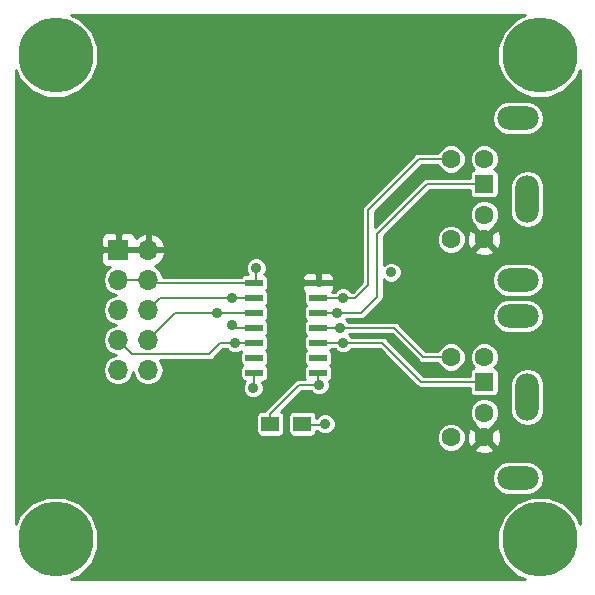
<source format=gtl>
G04 #@! TF.GenerationSoftware,KiCad,Pcbnew,(5.0.2)-1*
G04 #@! TF.CreationDate,2019-11-19T13:51:38-05:00*
G04 #@! TF.ProjectId,PS2X49,50533258-3439-42e6-9b69-6361645f7063,X1*
G04 #@! TF.SameCoordinates,Original*
G04 #@! TF.FileFunction,Copper,L1,Top*
G04 #@! TF.FilePolarity,Positive*
%FSLAX46Y46*%
G04 Gerber Fmt 4.6, Leading zero omitted, Abs format (unit mm)*
G04 Created by KiCad (PCBNEW (5.0.2)-1) date 11/19/2019 1:51:38 PM*
%MOMM*%
%LPD*%
G01*
G04 APERTURE LIST*
G04 #@! TA.AperFunction,ComponentPad*
%ADD10C,6.350000*%
G04 #@! TD*
G04 #@! TA.AperFunction,SMDPad,CuDef*
%ADD11R,1.500000X1.300000*%
G04 #@! TD*
G04 #@! TA.AperFunction,ComponentPad*
%ADD12O,3.500000X2.000000*%
G04 #@! TD*
G04 #@! TA.AperFunction,ComponentPad*
%ADD13R,1.600000X1.600000*%
G04 #@! TD*
G04 #@! TA.AperFunction,ComponentPad*
%ADD14C,1.600000*%
G04 #@! TD*
G04 #@! TA.AperFunction,ComponentPad*
%ADD15O,2.000000X4.000000*%
G04 #@! TD*
G04 #@! TA.AperFunction,ComponentPad*
%ADD16R,1.700000X1.700000*%
G04 #@! TD*
G04 #@! TA.AperFunction,ComponentPad*
%ADD17O,1.700000X1.700000*%
G04 #@! TD*
G04 #@! TA.AperFunction,SMDPad,CuDef*
%ADD18R,1.500000X0.600000*%
G04 #@! TD*
G04 #@! TA.AperFunction,ViaPad*
%ADD19C,0.889000*%
G04 #@! TD*
G04 #@! TA.AperFunction,Conductor*
%ADD20C,0.203200*%
G04 #@! TD*
G04 #@! TA.AperFunction,Conductor*
%ADD21C,0.254000*%
G04 #@! TD*
G04 APERTURE END LIST*
D10*
G04 #@! TO.P,MTG3,1*
G04 #@! TO.N,N/C*
X14000000Y-55000000D03*
G04 #@! TD*
G04 #@! TO.P,MTG4,1*
G04 #@! TO.N,N/C*
X55000000Y-55000000D03*
G04 #@! TD*
G04 #@! TO.P,MTG2,1*
G04 #@! TO.N,N/C*
X55000000Y-14000000D03*
G04 #@! TD*
G04 #@! TO.P,MTG1,1*
G04 #@! TO.N,N/C*
X14000000Y-14000000D03*
G04 #@! TD*
D11*
G04 #@! TO.P,C1,1*
G04 #@! TO.N,+3V3*
X32178000Y-45212000D03*
G04 #@! TO.P,C1,2*
G04 #@! TO.N,GND*
X34878000Y-45212000D03*
G04 #@! TD*
D12*
G04 #@! TO.P,J1,7*
G04 #@! TO.N,N/C*
X53142000Y-33042000D03*
X53142000Y-19342000D03*
D13*
G04 #@! TO.P,J1,1*
G04 #@! TO.N,/KDAT1*
X50292000Y-24892000D03*
D14*
G04 #@! TO.P,J1,2*
G04 #@! TO.N,N/C*
X50292000Y-27492000D03*
G04 #@! TO.P,J1,3*
G04 #@! TO.N,GND*
X50292000Y-22792000D03*
G04 #@! TO.P,J1,4*
G04 #@! TO.N,VCC*
X50292000Y-29592000D03*
G04 #@! TO.P,J1,5*
G04 #@! TO.N,/KCLK1*
X47492000Y-22792000D03*
G04 #@! TO.P,J1,6*
G04 #@! TO.N,N/C*
X47492000Y-29592000D03*
D15*
G04 #@! TO.P,J1,7*
X53942000Y-26192000D03*
G04 #@! TD*
G04 #@! TO.P,J2,7*
G04 #@! TO.N,N/C*
X53942000Y-42956000D03*
D14*
G04 #@! TO.P,J2,6*
X47492000Y-46356000D03*
G04 #@! TO.P,J2,5*
G04 #@! TO.N,/KCLK2*
X47492000Y-39556000D03*
G04 #@! TO.P,J2,4*
G04 #@! TO.N,VCC*
X50292000Y-46356000D03*
G04 #@! TO.P,J2,3*
G04 #@! TO.N,GND*
X50292000Y-39556000D03*
G04 #@! TO.P,J2,2*
G04 #@! TO.N,N/C*
X50292000Y-44256000D03*
D13*
G04 #@! TO.P,J2,1*
G04 #@! TO.N,/KDAT2*
X50292000Y-41656000D03*
D12*
G04 #@! TO.P,J2,7*
G04 #@! TO.N,N/C*
X53142000Y-36106000D03*
X53142000Y-49806000D03*
G04 #@! TD*
D16*
G04 #@! TO.P,J3,1*
G04 #@! TO.N,VCC*
X19304000Y-30480000D03*
D17*
G04 #@! TO.P,J3,2*
X21844000Y-30480000D03*
G04 #@! TO.P,J3,3*
G04 #@! TO.N,+3V3*
X19304000Y-33020000D03*
G04 #@! TO.P,J3,4*
X21844000Y-33020000D03*
G04 #@! TO.P,J3,5*
G04 #@! TO.N,/CLK2*
X19304000Y-35560000D03*
G04 #@! TO.P,J3,6*
G04 #@! TO.N,/CLK1*
X21844000Y-35560000D03*
G04 #@! TO.P,J3,7*
G04 #@! TO.N,/DAT2*
X19304000Y-38100000D03*
G04 #@! TO.P,J3,8*
G04 #@! TO.N,/DAT1*
X21844000Y-38100000D03*
G04 #@! TO.P,J3,9*
G04 #@! TO.N,GND*
X19304000Y-40640000D03*
G04 #@! TO.P,J3,10*
X21844000Y-40640000D03*
G04 #@! TD*
D18*
G04 #@! TO.P,U1,1*
G04 #@! TO.N,+3V3*
X30828000Y-33274000D03*
G04 #@! TO.P,U1,2*
G04 #@! TO.N,/CLK1*
X30828000Y-34544000D03*
G04 #@! TO.P,U1,3*
G04 #@! TO.N,/DAT1*
X30828000Y-35814000D03*
G04 #@! TO.P,U1,4*
G04 #@! TO.N,/CLK2*
X30828000Y-37084000D03*
G04 #@! TO.P,U1,5*
G04 #@! TO.N,/DAT2*
X30828000Y-38354000D03*
G04 #@! TO.P,U1,6*
G04 #@! TO.N,N/C*
X30828000Y-39624000D03*
G04 #@! TO.P,U1,7*
G04 #@! TO.N,GND*
X30828000Y-40894000D03*
G04 #@! TO.P,U1,8*
G04 #@! TO.N,+3V3*
X36228000Y-40894000D03*
G04 #@! TO.P,U1,9*
G04 #@! TO.N,N/C*
X36228000Y-39624000D03*
G04 #@! TO.P,U1,10*
G04 #@! TO.N,/KDAT2*
X36228000Y-38354000D03*
G04 #@! TO.P,U1,11*
G04 #@! TO.N,/KCLK2*
X36228000Y-37084000D03*
G04 #@! TO.P,U1,12*
G04 #@! TO.N,/KDAT1*
X36228000Y-35814000D03*
G04 #@! TO.P,U1,13*
G04 #@! TO.N,/KCLK1*
X36228000Y-34544000D03*
G04 #@! TO.P,U1,14*
G04 #@! TO.N,VCC*
X36228000Y-33274000D03*
G04 #@! TD*
D19*
G04 #@! TO.N,GND*
X42418000Y-32385000D03*
X36830000Y-45212000D03*
X30734000Y-42164000D03*
G04 #@! TO.N,/DAT1*
X27686000Y-35814000D03*
G04 #@! TO.N,/CLK1*
X28956000Y-34544000D03*
G04 #@! TO.N,/CLK2*
X28956000Y-36830000D03*
G04 #@! TO.N,/DAT2*
X29210000Y-38354000D03*
G04 #@! TO.N,/KDAT1*
X37846000Y-35814000D03*
G04 #@! TO.N,/KCLK1*
X38354000Y-34544000D03*
G04 #@! TO.N,/KCLK2*
X38100000Y-37084000D03*
G04 #@! TO.N,/KDAT2*
X38354000Y-38354000D03*
G04 #@! TO.N,+3V3*
X36322000Y-41910000D03*
X30988000Y-32004000D03*
G04 #@! TD*
D20*
G04 #@! TO.N,GND*
X42338000Y-32465000D02*
X42418000Y-32385000D01*
X34925000Y-45292000D02*
X36750000Y-45292000D01*
X36750000Y-45292000D02*
X36830000Y-45212000D01*
X30828000Y-40894000D02*
X30828000Y-42070000D01*
X30828000Y-42070000D02*
X30734000Y-42164000D01*
G04 #@! TO.N,/DAT1*
X24130000Y-35814000D02*
X21844000Y-38100000D01*
X30828000Y-35814000D02*
X27686000Y-35814000D01*
X27686000Y-35814000D02*
X24130000Y-35814000D01*
G04 #@! TO.N,/CLK1*
X22860000Y-34544000D02*
X21844000Y-35560000D01*
X30828000Y-34544000D02*
X28956000Y-34544000D01*
X28956000Y-34544000D02*
X22860000Y-34544000D01*
G04 #@! TO.N,/CLK2*
X30828000Y-37084000D02*
X29210000Y-37084000D01*
X29210000Y-37084000D02*
X28956000Y-36830000D01*
G04 #@! TO.N,/DAT2*
X20509601Y-39305601D02*
X26988399Y-39305601D01*
X19304000Y-38100000D02*
X20509601Y-39305601D01*
X26988399Y-39305601D02*
X27940000Y-38354000D01*
X27940000Y-38354000D02*
X29210000Y-38354000D01*
X29210000Y-38354000D02*
X30828000Y-38354000D01*
G04 #@! TO.N,/KDAT1*
X45466000Y-24892000D02*
X50292000Y-24892000D01*
X41250000Y-29108000D02*
X45466000Y-24892000D01*
X41250000Y-34442000D02*
X41250000Y-29108000D01*
X39878000Y-35814000D02*
X41250000Y-34442000D01*
X36228000Y-35814000D02*
X37846000Y-35814000D01*
X37846000Y-35814000D02*
X39878000Y-35814000D01*
G04 #@! TO.N,/KCLK1*
X47458000Y-22606000D02*
X47487001Y-22576999D01*
X44772000Y-22792000D02*
X47492000Y-22792000D01*
X40488000Y-27076000D02*
X44772000Y-22792000D01*
X40488000Y-33426000D02*
X40488000Y-27076000D01*
X39370000Y-34544000D02*
X40488000Y-33426000D01*
X36228000Y-34544000D02*
X38354000Y-34544000D01*
X38354000Y-34544000D02*
X39370000Y-34544000D01*
G04 #@! TO.N,/KCLK2*
X45144000Y-39556000D02*
X42672000Y-37084000D01*
X47492000Y-39556000D02*
X45144000Y-39556000D01*
X42672000Y-37084000D02*
X38100000Y-37084000D01*
X38100000Y-37084000D02*
X36228000Y-37084000D01*
G04 #@! TO.N,/KDAT2*
X44958000Y-41656000D02*
X50292000Y-41656000D01*
X41656000Y-38354000D02*
X44958000Y-41656000D01*
X36228000Y-38354000D02*
X38354000Y-38354000D01*
X38354000Y-38354000D02*
X41656000Y-38354000D01*
G04 #@! TO.N,+3V3*
X20506081Y-33020000D02*
X21844000Y-33020000D01*
X19304000Y-33020000D02*
X20506081Y-33020000D01*
X22098000Y-33274000D02*
X21844000Y-33020000D01*
X30828000Y-33274000D02*
X22098000Y-33274000D01*
X36228000Y-40894000D02*
X36228000Y-41816000D01*
X36228000Y-41816000D02*
X36322000Y-41910000D01*
X30988000Y-33114000D02*
X30828000Y-33274000D01*
X30988000Y-32004000D02*
X30988000Y-33114000D01*
X35693383Y-41910000D02*
X36322000Y-41910000D01*
X34626800Y-41910000D02*
X35693383Y-41910000D01*
X32178000Y-44358800D02*
X34626800Y-41910000D01*
X32178000Y-45212000D02*
X32178000Y-44358800D01*
G04 #@! TD*
D21*
G04 #@! TO.N,VCC*
G36*
X52956912Y-10942303D02*
X51942303Y-11956912D01*
X51393200Y-13282563D01*
X51393200Y-14717437D01*
X51942303Y-16043088D01*
X52956912Y-17057697D01*
X54282563Y-17606800D01*
X55717437Y-17606800D01*
X57043088Y-17057697D01*
X58057697Y-16043088D01*
X58377700Y-15270533D01*
X58377701Y-53729469D01*
X58057697Y-52956912D01*
X57043088Y-51942303D01*
X55717437Y-51393200D01*
X54282563Y-51393200D01*
X52956912Y-51942303D01*
X51942303Y-52956912D01*
X51393200Y-54282563D01*
X51393200Y-55717437D01*
X51942303Y-57043088D01*
X52956912Y-58057697D01*
X53729467Y-58377700D01*
X15270533Y-58377700D01*
X16043088Y-58057697D01*
X17057697Y-57043088D01*
X17606800Y-55717437D01*
X17606800Y-54282563D01*
X17057697Y-52956912D01*
X16043088Y-51942303D01*
X14717437Y-51393200D01*
X13282563Y-51393200D01*
X11956912Y-51942303D01*
X10942303Y-52956912D01*
X10622300Y-53729467D01*
X10622300Y-49806000D01*
X50932150Y-49806000D01*
X51043274Y-50364660D01*
X51359730Y-50838270D01*
X51833340Y-51154726D01*
X52250983Y-51237800D01*
X54033017Y-51237800D01*
X54450660Y-51154726D01*
X54924270Y-50838270D01*
X55240726Y-50364660D01*
X55351850Y-49806000D01*
X55240726Y-49247340D01*
X54924270Y-48773730D01*
X54450660Y-48457274D01*
X54033017Y-48374200D01*
X52250983Y-48374200D01*
X51833340Y-48457274D01*
X51359730Y-48773730D01*
X51043274Y-49247340D01*
X50932150Y-49806000D01*
X10622300Y-49806000D01*
X10622300Y-44562000D01*
X30987741Y-44562000D01*
X30987741Y-45862000D01*
X31021254Y-46030480D01*
X31116690Y-46173310D01*
X31259520Y-46268746D01*
X31428000Y-46302259D01*
X32928000Y-46302259D01*
X33096480Y-46268746D01*
X33239310Y-46173310D01*
X33334746Y-46030480D01*
X33368259Y-45862000D01*
X33368259Y-44562000D01*
X33687741Y-44562000D01*
X33687741Y-45862000D01*
X33721254Y-46030480D01*
X33816690Y-46173310D01*
X33959520Y-46268746D01*
X34128000Y-46302259D01*
X35628000Y-46302259D01*
X35796480Y-46268746D01*
X35939310Y-46173310D01*
X35980957Y-46110980D01*
X46260200Y-46110980D01*
X46260200Y-46601020D01*
X46447731Y-47053758D01*
X46794242Y-47400269D01*
X47246980Y-47587800D01*
X47737020Y-47587800D01*
X48189758Y-47400269D01*
X48226282Y-47363745D01*
X49463861Y-47363745D01*
X49537995Y-47609864D01*
X50075223Y-47802965D01*
X50645454Y-47775778D01*
X51046005Y-47609864D01*
X51120139Y-47363745D01*
X50292000Y-46535605D01*
X49463861Y-47363745D01*
X48226282Y-47363745D01*
X48536269Y-47053758D01*
X48723800Y-46601020D01*
X48723800Y-46139223D01*
X48845035Y-46139223D01*
X48872222Y-46709454D01*
X49038136Y-47110005D01*
X49284255Y-47184139D01*
X50112395Y-46356000D01*
X50471605Y-46356000D01*
X51299745Y-47184139D01*
X51545864Y-47110005D01*
X51738965Y-46572777D01*
X51711778Y-46002546D01*
X51545864Y-45601995D01*
X51299745Y-45527861D01*
X50471605Y-46356000D01*
X50112395Y-46356000D01*
X49284255Y-45527861D01*
X49038136Y-45601995D01*
X48845035Y-46139223D01*
X48723800Y-46139223D01*
X48723800Y-46110980D01*
X48536269Y-45658242D01*
X48189758Y-45311731D01*
X47737020Y-45124200D01*
X47246980Y-45124200D01*
X46794242Y-45311731D01*
X46447731Y-45658242D01*
X46260200Y-46110980D01*
X35980957Y-46110980D01*
X36034746Y-46030480D01*
X36068259Y-45862000D01*
X36068259Y-45825400D01*
X36204125Y-45825400D01*
X36333616Y-45954891D01*
X36655693Y-46088300D01*
X37004307Y-46088300D01*
X37326384Y-45954891D01*
X37572891Y-45708384D01*
X37706300Y-45386307D01*
X37706300Y-45037693D01*
X37572891Y-44715616D01*
X37326384Y-44469109D01*
X37004307Y-44335700D01*
X36655693Y-44335700D01*
X36333616Y-44469109D01*
X36087109Y-44715616D01*
X36069304Y-44758600D01*
X36068259Y-44758600D01*
X36068259Y-44562000D01*
X36034746Y-44393520D01*
X35939310Y-44250690D01*
X35796480Y-44155254D01*
X35628000Y-44121741D01*
X34128000Y-44121741D01*
X33959520Y-44155254D01*
X33816690Y-44250690D01*
X33721254Y-44393520D01*
X33687741Y-44562000D01*
X33368259Y-44562000D01*
X33334746Y-44393520D01*
X33239310Y-44250690D01*
X33120102Y-44171038D01*
X33280160Y-44010980D01*
X49060200Y-44010980D01*
X49060200Y-44501020D01*
X49247731Y-44953758D01*
X49505150Y-45211177D01*
X49463861Y-45348255D01*
X50292000Y-46176395D01*
X51120139Y-45348255D01*
X51078850Y-45211177D01*
X51336269Y-44953758D01*
X51523800Y-44501020D01*
X51523800Y-44010980D01*
X51336269Y-43558242D01*
X50989758Y-43211731D01*
X50537020Y-43024200D01*
X50046980Y-43024200D01*
X49594242Y-43211731D01*
X49247731Y-43558242D01*
X49060200Y-44010980D01*
X33280160Y-44010980D01*
X34847741Y-42443400D01*
X35616125Y-42443400D01*
X35825616Y-42652891D01*
X36147693Y-42786300D01*
X36496307Y-42786300D01*
X36818384Y-42652891D01*
X37064891Y-42406384D01*
X37198300Y-42084307D01*
X37198300Y-41735693D01*
X37142713Y-41601495D01*
X37146480Y-41600746D01*
X37289310Y-41505310D01*
X37384746Y-41362480D01*
X37418259Y-41194000D01*
X37418259Y-40594000D01*
X37384746Y-40425520D01*
X37289310Y-40282690D01*
X37253855Y-40259000D01*
X37289310Y-40235310D01*
X37384746Y-40092480D01*
X37418259Y-39924000D01*
X37418259Y-39324000D01*
X37384746Y-39155520D01*
X37289310Y-39012690D01*
X37253855Y-38989000D01*
X37289310Y-38965310D01*
X37341368Y-38887400D01*
X37648125Y-38887400D01*
X37857616Y-39096891D01*
X38179693Y-39230300D01*
X38528307Y-39230300D01*
X38850384Y-39096891D01*
X39059875Y-38887400D01*
X41435060Y-38887400D01*
X44543685Y-41996026D01*
X44573441Y-42040559D01*
X44749878Y-42158451D01*
X44905469Y-42189400D01*
X44905473Y-42189400D01*
X44957999Y-42199848D01*
X45010525Y-42189400D01*
X49051741Y-42189400D01*
X49051741Y-42456000D01*
X49085254Y-42624480D01*
X49180690Y-42767310D01*
X49323520Y-42862746D01*
X49492000Y-42896259D01*
X51092000Y-42896259D01*
X51260480Y-42862746D01*
X51403310Y-42767310D01*
X51498746Y-42624480D01*
X51532259Y-42456000D01*
X51532259Y-41814984D01*
X52510200Y-41814984D01*
X52510201Y-44097017D01*
X52593275Y-44514660D01*
X52909731Y-44988270D01*
X53383341Y-45304726D01*
X53942000Y-45415850D01*
X54500660Y-45304726D01*
X54974270Y-44988270D01*
X55290726Y-44514660D01*
X55373800Y-44097017D01*
X55373800Y-41814983D01*
X55290726Y-41397340D01*
X54974269Y-40923730D01*
X54500659Y-40607274D01*
X53942000Y-40496150D01*
X53383340Y-40607274D01*
X52909730Y-40923731D01*
X52593274Y-41397341D01*
X52510200Y-41814984D01*
X51532259Y-41814984D01*
X51532259Y-40856000D01*
X51498746Y-40687520D01*
X51403310Y-40544690D01*
X51260480Y-40449254D01*
X51160634Y-40429393D01*
X51336269Y-40253758D01*
X51523800Y-39801020D01*
X51523800Y-39310980D01*
X51336269Y-38858242D01*
X50989758Y-38511731D01*
X50537020Y-38324200D01*
X50046980Y-38324200D01*
X49594242Y-38511731D01*
X49247731Y-38858242D01*
X49060200Y-39310980D01*
X49060200Y-39801020D01*
X49247731Y-40253758D01*
X49423366Y-40429393D01*
X49323520Y-40449254D01*
X49180690Y-40544690D01*
X49085254Y-40687520D01*
X49051741Y-40856000D01*
X49051741Y-41122600D01*
X45178941Y-41122600D01*
X42070317Y-38013977D01*
X42040559Y-37969441D01*
X41864122Y-37851549D01*
X41708531Y-37820600D01*
X41708526Y-37820600D01*
X41656000Y-37810152D01*
X41603474Y-37820600D01*
X39059875Y-37820600D01*
X38856675Y-37617400D01*
X42451060Y-37617400D01*
X44729685Y-39896025D01*
X44759441Y-39940559D01*
X44935878Y-40058451D01*
X45091469Y-40089400D01*
X45091473Y-40089400D01*
X45144000Y-40099848D01*
X45196527Y-40089400D01*
X46379651Y-40089400D01*
X46447731Y-40253758D01*
X46794242Y-40600269D01*
X47246980Y-40787800D01*
X47737020Y-40787800D01*
X48189758Y-40600269D01*
X48536269Y-40253758D01*
X48723800Y-39801020D01*
X48723800Y-39310980D01*
X48536269Y-38858242D01*
X48189758Y-38511731D01*
X47737020Y-38324200D01*
X47246980Y-38324200D01*
X46794242Y-38511731D01*
X46447731Y-38858242D01*
X46379651Y-39022600D01*
X45364941Y-39022600D01*
X43086317Y-36743977D01*
X43056559Y-36699441D01*
X42880122Y-36581549D01*
X42724531Y-36550600D01*
X42724526Y-36550600D01*
X42672000Y-36540152D01*
X42619474Y-36550600D01*
X38805875Y-36550600D01*
X38602675Y-36347400D01*
X39825474Y-36347400D01*
X39878000Y-36357848D01*
X39930526Y-36347400D01*
X39930531Y-36347400D01*
X40086122Y-36316451D01*
X40262559Y-36198559D01*
X40292317Y-36154023D01*
X40340340Y-36106000D01*
X50932150Y-36106000D01*
X51043274Y-36664660D01*
X51359730Y-37138270D01*
X51833340Y-37454726D01*
X52250983Y-37537800D01*
X54033017Y-37537800D01*
X54450660Y-37454726D01*
X54924270Y-37138270D01*
X55240726Y-36664660D01*
X55351850Y-36106000D01*
X55240726Y-35547340D01*
X54924270Y-35073730D01*
X54450660Y-34757274D01*
X54033017Y-34674200D01*
X52250983Y-34674200D01*
X51833340Y-34757274D01*
X51359730Y-35073730D01*
X51043274Y-35547340D01*
X50932150Y-36106000D01*
X40340340Y-36106000D01*
X41590026Y-34856315D01*
X41634559Y-34826559D01*
X41752451Y-34650122D01*
X41783400Y-34494531D01*
X41783400Y-34494527D01*
X41793848Y-34442001D01*
X41783400Y-34389475D01*
X41783400Y-32989675D01*
X41921616Y-33127891D01*
X42243693Y-33261300D01*
X42592307Y-33261300D01*
X42914384Y-33127891D01*
X43000275Y-33042000D01*
X50932150Y-33042000D01*
X51043274Y-33600660D01*
X51359730Y-34074270D01*
X51833340Y-34390726D01*
X52250983Y-34473800D01*
X54033017Y-34473800D01*
X54450660Y-34390726D01*
X54924270Y-34074270D01*
X55240726Y-33600660D01*
X55351850Y-33042000D01*
X55240726Y-32483340D01*
X54924270Y-32009730D01*
X54450660Y-31693274D01*
X54033017Y-31610200D01*
X52250983Y-31610200D01*
X51833340Y-31693274D01*
X51359730Y-32009730D01*
X51043274Y-32483340D01*
X50932150Y-33042000D01*
X43000275Y-33042000D01*
X43160891Y-32881384D01*
X43294300Y-32559307D01*
X43294300Y-32210693D01*
X43160891Y-31888616D01*
X42914384Y-31642109D01*
X42592307Y-31508700D01*
X42243693Y-31508700D01*
X41921616Y-31642109D01*
X41783400Y-31780325D01*
X41783400Y-29346980D01*
X46260200Y-29346980D01*
X46260200Y-29837020D01*
X46447731Y-30289758D01*
X46794242Y-30636269D01*
X47246980Y-30823800D01*
X47737020Y-30823800D01*
X48189758Y-30636269D01*
X48226282Y-30599745D01*
X49463861Y-30599745D01*
X49537995Y-30845864D01*
X50075223Y-31038965D01*
X50645454Y-31011778D01*
X51046005Y-30845864D01*
X51120139Y-30599745D01*
X50292000Y-29771605D01*
X49463861Y-30599745D01*
X48226282Y-30599745D01*
X48536269Y-30289758D01*
X48723800Y-29837020D01*
X48723800Y-29375223D01*
X48845035Y-29375223D01*
X48872222Y-29945454D01*
X49038136Y-30346005D01*
X49284255Y-30420139D01*
X50112395Y-29592000D01*
X50471605Y-29592000D01*
X51299745Y-30420139D01*
X51545864Y-30346005D01*
X51738965Y-29808777D01*
X51711778Y-29238546D01*
X51545864Y-28837995D01*
X51299745Y-28763861D01*
X50471605Y-29592000D01*
X50112395Y-29592000D01*
X49284255Y-28763861D01*
X49038136Y-28837995D01*
X48845035Y-29375223D01*
X48723800Y-29375223D01*
X48723800Y-29346980D01*
X48536269Y-28894242D01*
X48189758Y-28547731D01*
X47737020Y-28360200D01*
X47246980Y-28360200D01*
X46794242Y-28547731D01*
X46447731Y-28894242D01*
X46260200Y-29346980D01*
X41783400Y-29346980D01*
X41783400Y-29328940D01*
X43865360Y-27246980D01*
X49060200Y-27246980D01*
X49060200Y-27737020D01*
X49247731Y-28189758D01*
X49505150Y-28447177D01*
X49463861Y-28584255D01*
X50292000Y-29412395D01*
X51120139Y-28584255D01*
X51078850Y-28447177D01*
X51336269Y-28189758D01*
X51523800Y-27737020D01*
X51523800Y-27246980D01*
X51336269Y-26794242D01*
X50989758Y-26447731D01*
X50537020Y-26260200D01*
X50046980Y-26260200D01*
X49594242Y-26447731D01*
X49247731Y-26794242D01*
X49060200Y-27246980D01*
X43865360Y-27246980D01*
X45686941Y-25425400D01*
X49051741Y-25425400D01*
X49051741Y-25692000D01*
X49085254Y-25860480D01*
X49180690Y-26003310D01*
X49323520Y-26098746D01*
X49492000Y-26132259D01*
X51092000Y-26132259D01*
X51260480Y-26098746D01*
X51403310Y-26003310D01*
X51498746Y-25860480D01*
X51532259Y-25692000D01*
X51532259Y-25050984D01*
X52510200Y-25050984D01*
X52510201Y-27333017D01*
X52593275Y-27750660D01*
X52909731Y-28224270D01*
X53383341Y-28540726D01*
X53942000Y-28651850D01*
X54500660Y-28540726D01*
X54974270Y-28224270D01*
X55290726Y-27750660D01*
X55373800Y-27333017D01*
X55373800Y-25050983D01*
X55290726Y-24633340D01*
X54974269Y-24159730D01*
X54500659Y-23843274D01*
X53942000Y-23732150D01*
X53383340Y-23843274D01*
X52909730Y-24159731D01*
X52593274Y-24633341D01*
X52510200Y-25050984D01*
X51532259Y-25050984D01*
X51532259Y-24092000D01*
X51498746Y-23923520D01*
X51403310Y-23780690D01*
X51260480Y-23685254D01*
X51160634Y-23665393D01*
X51336269Y-23489758D01*
X51523800Y-23037020D01*
X51523800Y-22546980D01*
X51336269Y-22094242D01*
X50989758Y-21747731D01*
X50537020Y-21560200D01*
X50046980Y-21560200D01*
X49594242Y-21747731D01*
X49247731Y-22094242D01*
X49060200Y-22546980D01*
X49060200Y-23037020D01*
X49247731Y-23489758D01*
X49423366Y-23665393D01*
X49323520Y-23685254D01*
X49180690Y-23780690D01*
X49085254Y-23923520D01*
X49051741Y-24092000D01*
X49051741Y-24358600D01*
X45518525Y-24358600D01*
X45465999Y-24348152D01*
X45413473Y-24358600D01*
X45413469Y-24358600D01*
X45257878Y-24389549D01*
X45081441Y-24507441D01*
X45051685Y-24551974D01*
X41021400Y-28582260D01*
X41021400Y-27296940D01*
X44992941Y-23325400D01*
X46379651Y-23325400D01*
X46447731Y-23489758D01*
X46794242Y-23836269D01*
X47246980Y-24023800D01*
X47737020Y-24023800D01*
X48189758Y-23836269D01*
X48536269Y-23489758D01*
X48723800Y-23037020D01*
X48723800Y-22546980D01*
X48536269Y-22094242D01*
X48189758Y-21747731D01*
X47737020Y-21560200D01*
X47246980Y-21560200D01*
X46794242Y-21747731D01*
X46447731Y-22094242D01*
X46379651Y-22258600D01*
X44824527Y-22258600D01*
X44772000Y-22248152D01*
X44719473Y-22258600D01*
X44719469Y-22258600D01*
X44563878Y-22289549D01*
X44387441Y-22407441D01*
X44357685Y-22451974D01*
X40147975Y-26661685D01*
X40103442Y-26691441D01*
X40073686Y-26735974D01*
X40073685Y-26735975D01*
X39985550Y-26867878D01*
X39944152Y-27076000D01*
X39954601Y-27128531D01*
X39954600Y-33205059D01*
X39149060Y-34010600D01*
X39059875Y-34010600D01*
X38850384Y-33801109D01*
X38528307Y-33667700D01*
X38179693Y-33667700D01*
X37857616Y-33801109D01*
X37648125Y-34010600D01*
X37439426Y-34010600D01*
X37516327Y-33933699D01*
X37613000Y-33700310D01*
X37613000Y-33559750D01*
X37454250Y-33401000D01*
X36355000Y-33401000D01*
X36355000Y-33421000D01*
X36101000Y-33421000D01*
X36101000Y-33401000D01*
X35001750Y-33401000D01*
X34843000Y-33559750D01*
X34843000Y-33700310D01*
X34939673Y-33933699D01*
X35075356Y-34069381D01*
X35071254Y-34075520D01*
X35037741Y-34244000D01*
X35037741Y-34844000D01*
X35071254Y-35012480D01*
X35166690Y-35155310D01*
X35202145Y-35179000D01*
X35166690Y-35202690D01*
X35071254Y-35345520D01*
X35037741Y-35514000D01*
X35037741Y-36114000D01*
X35071254Y-36282480D01*
X35166690Y-36425310D01*
X35202145Y-36449000D01*
X35166690Y-36472690D01*
X35071254Y-36615520D01*
X35037741Y-36784000D01*
X35037741Y-37384000D01*
X35071254Y-37552480D01*
X35166690Y-37695310D01*
X35202145Y-37719000D01*
X35166690Y-37742690D01*
X35071254Y-37885520D01*
X35037741Y-38054000D01*
X35037741Y-38654000D01*
X35071254Y-38822480D01*
X35166690Y-38965310D01*
X35202145Y-38989000D01*
X35166690Y-39012690D01*
X35071254Y-39155520D01*
X35037741Y-39324000D01*
X35037741Y-39924000D01*
X35071254Y-40092480D01*
X35166690Y-40235310D01*
X35202145Y-40259000D01*
X35166690Y-40282690D01*
X35071254Y-40425520D01*
X35037741Y-40594000D01*
X35037741Y-41194000D01*
X35071254Y-41362480D01*
X35080689Y-41376600D01*
X34679325Y-41376600D01*
X34626799Y-41366152D01*
X34574273Y-41376600D01*
X34574269Y-41376600D01*
X34418678Y-41407549D01*
X34242241Y-41525441D01*
X34212485Y-41569975D01*
X31837975Y-43944485D01*
X31793442Y-43974241D01*
X31694885Y-44121741D01*
X31428000Y-44121741D01*
X31259520Y-44155254D01*
X31116690Y-44250690D01*
X31021254Y-44393520D01*
X30987741Y-44562000D01*
X10622300Y-44562000D01*
X10622300Y-30765750D01*
X17819000Y-30765750D01*
X17819000Y-31456310D01*
X17915673Y-31689699D01*
X18094302Y-31868327D01*
X18327691Y-31965000D01*
X18575742Y-31965000D01*
X18379874Y-32095874D01*
X18096572Y-32519867D01*
X17997089Y-33020000D01*
X18096572Y-33520133D01*
X18379874Y-33944126D01*
X18803867Y-34227428D01*
X19118437Y-34290000D01*
X18803867Y-34352572D01*
X18379874Y-34635874D01*
X18096572Y-35059867D01*
X17997089Y-35560000D01*
X18096572Y-36060133D01*
X18379874Y-36484126D01*
X18803867Y-36767428D01*
X19118437Y-36830000D01*
X18803867Y-36892572D01*
X18379874Y-37175874D01*
X18096572Y-37599867D01*
X17997089Y-38100000D01*
X18096572Y-38600133D01*
X18379874Y-39024126D01*
X18803867Y-39307428D01*
X19118437Y-39370000D01*
X18803867Y-39432572D01*
X18379874Y-39715874D01*
X18096572Y-40139867D01*
X17997089Y-40640000D01*
X18096572Y-41140133D01*
X18379874Y-41564126D01*
X18803867Y-41847428D01*
X19177759Y-41921800D01*
X19430241Y-41921800D01*
X19804133Y-41847428D01*
X20228126Y-41564126D01*
X20511428Y-41140133D01*
X20574000Y-40825563D01*
X20636572Y-41140133D01*
X20919874Y-41564126D01*
X21343867Y-41847428D01*
X21717759Y-41921800D01*
X21970241Y-41921800D01*
X22344133Y-41847428D01*
X22768126Y-41564126D01*
X23051428Y-41140133D01*
X23150911Y-40640000D01*
X23051428Y-40139867D01*
X22850397Y-39839001D01*
X26935873Y-39839001D01*
X26988399Y-39849449D01*
X27040925Y-39839001D01*
X27040930Y-39839001D01*
X27196521Y-39808052D01*
X27372958Y-39690160D01*
X27402716Y-39645624D01*
X28160941Y-38887400D01*
X28504125Y-38887400D01*
X28713616Y-39096891D01*
X29035693Y-39230300D01*
X29384307Y-39230300D01*
X29706384Y-39096891D01*
X29718573Y-39084702D01*
X29671254Y-39155520D01*
X29637741Y-39324000D01*
X29637741Y-39924000D01*
X29671254Y-40092480D01*
X29766690Y-40235310D01*
X29802145Y-40259000D01*
X29766690Y-40282690D01*
X29671254Y-40425520D01*
X29637741Y-40594000D01*
X29637741Y-41194000D01*
X29671254Y-41362480D01*
X29766690Y-41505310D01*
X29909520Y-41600746D01*
X30033348Y-41625377D01*
X29991109Y-41667616D01*
X29857700Y-41989693D01*
X29857700Y-42338307D01*
X29991109Y-42660384D01*
X30237616Y-42906891D01*
X30559693Y-43040300D01*
X30908307Y-43040300D01*
X31230384Y-42906891D01*
X31476891Y-42660384D01*
X31610300Y-42338307D01*
X31610300Y-41989693D01*
X31476891Y-41667616D01*
X31443534Y-41634259D01*
X31578000Y-41634259D01*
X31746480Y-41600746D01*
X31889310Y-41505310D01*
X31984746Y-41362480D01*
X32018259Y-41194000D01*
X32018259Y-40594000D01*
X31984746Y-40425520D01*
X31889310Y-40282690D01*
X31853855Y-40259000D01*
X31889310Y-40235310D01*
X31984746Y-40092480D01*
X32018259Y-39924000D01*
X32018259Y-39324000D01*
X31984746Y-39155520D01*
X31889310Y-39012690D01*
X31853855Y-38989000D01*
X31889310Y-38965310D01*
X31984746Y-38822480D01*
X32018259Y-38654000D01*
X32018259Y-38054000D01*
X31984746Y-37885520D01*
X31889310Y-37742690D01*
X31853855Y-37719000D01*
X31889310Y-37695310D01*
X31984746Y-37552480D01*
X32018259Y-37384000D01*
X32018259Y-36784000D01*
X31984746Y-36615520D01*
X31889310Y-36472690D01*
X31853855Y-36449000D01*
X31889310Y-36425310D01*
X31984746Y-36282480D01*
X32018259Y-36114000D01*
X32018259Y-35514000D01*
X31984746Y-35345520D01*
X31889310Y-35202690D01*
X31853855Y-35179000D01*
X31889310Y-35155310D01*
X31984746Y-35012480D01*
X32018259Y-34844000D01*
X32018259Y-34244000D01*
X31984746Y-34075520D01*
X31889310Y-33932690D01*
X31853855Y-33909000D01*
X31889310Y-33885310D01*
X31984746Y-33742480D01*
X32018259Y-33574000D01*
X32018259Y-32974000D01*
X31993135Y-32847690D01*
X34843000Y-32847690D01*
X34843000Y-32988250D01*
X35001750Y-33147000D01*
X36101000Y-33147000D01*
X36101000Y-32497750D01*
X36355000Y-32497750D01*
X36355000Y-33147000D01*
X37454250Y-33147000D01*
X37613000Y-32988250D01*
X37613000Y-32847690D01*
X37516327Y-32614301D01*
X37337698Y-32435673D01*
X37104309Y-32339000D01*
X36513750Y-32339000D01*
X36355000Y-32497750D01*
X36101000Y-32497750D01*
X35942250Y-32339000D01*
X35351691Y-32339000D01*
X35118302Y-32435673D01*
X34939673Y-32614301D01*
X34843000Y-32847690D01*
X31993135Y-32847690D01*
X31984746Y-32805520D01*
X31889310Y-32662690D01*
X31746480Y-32567254D01*
X31677702Y-32553573D01*
X31730891Y-32500384D01*
X31864300Y-32178307D01*
X31864300Y-31829693D01*
X31730891Y-31507616D01*
X31484384Y-31261109D01*
X31162307Y-31127700D01*
X30813693Y-31127700D01*
X30491616Y-31261109D01*
X30245109Y-31507616D01*
X30111700Y-31829693D01*
X30111700Y-32178307D01*
X30245109Y-32500384D01*
X30278466Y-32533741D01*
X30078000Y-32533741D01*
X29909520Y-32567254D01*
X29766690Y-32662690D01*
X29714632Y-32740600D01*
X23095335Y-32740600D01*
X23051428Y-32519867D01*
X22768126Y-32095874D01*
X22380734Y-31837028D01*
X22725358Y-31675183D01*
X23115645Y-31246924D01*
X23285476Y-30836890D01*
X23164155Y-30607000D01*
X21971000Y-30607000D01*
X21971000Y-30627000D01*
X21717000Y-30627000D01*
X21717000Y-30607000D01*
X19431000Y-30607000D01*
X19431000Y-30627000D01*
X19177000Y-30627000D01*
X19177000Y-30607000D01*
X17977750Y-30607000D01*
X17819000Y-30765750D01*
X10622300Y-30765750D01*
X10622300Y-29503690D01*
X17819000Y-29503690D01*
X17819000Y-30194250D01*
X17977750Y-30353000D01*
X19177000Y-30353000D01*
X19177000Y-29153750D01*
X19431000Y-29153750D01*
X19431000Y-30353000D01*
X21717000Y-30353000D01*
X21717000Y-29159181D01*
X21971000Y-29159181D01*
X21971000Y-30353000D01*
X23164155Y-30353000D01*
X23285476Y-30123110D01*
X23115645Y-29713076D01*
X22725358Y-29284817D01*
X22200892Y-29038514D01*
X21971000Y-29159181D01*
X21717000Y-29159181D01*
X21487108Y-29038514D01*
X20962642Y-29284817D01*
X20780930Y-29484208D01*
X20692327Y-29270301D01*
X20513698Y-29091673D01*
X20280309Y-28995000D01*
X19589750Y-28995000D01*
X19431000Y-29153750D01*
X19177000Y-29153750D01*
X19018250Y-28995000D01*
X18327691Y-28995000D01*
X18094302Y-29091673D01*
X17915673Y-29270301D01*
X17819000Y-29503690D01*
X10622300Y-29503690D01*
X10622300Y-19342000D01*
X50932150Y-19342000D01*
X51043274Y-19900660D01*
X51359730Y-20374270D01*
X51833340Y-20690726D01*
X52250983Y-20773800D01*
X54033017Y-20773800D01*
X54450660Y-20690726D01*
X54924270Y-20374270D01*
X55240726Y-19900660D01*
X55351850Y-19342000D01*
X55240726Y-18783340D01*
X54924270Y-18309730D01*
X54450660Y-17993274D01*
X54033017Y-17910200D01*
X52250983Y-17910200D01*
X51833340Y-17993274D01*
X51359730Y-18309730D01*
X51043274Y-18783340D01*
X50932150Y-19342000D01*
X10622300Y-19342000D01*
X10622300Y-15270533D01*
X10942303Y-16043088D01*
X11956912Y-17057697D01*
X13282563Y-17606800D01*
X14717437Y-17606800D01*
X16043088Y-17057697D01*
X17057697Y-16043088D01*
X17606800Y-14717437D01*
X17606800Y-13282563D01*
X17057697Y-11956912D01*
X16043088Y-10942303D01*
X15270533Y-10622300D01*
X53729467Y-10622300D01*
X52956912Y-10942303D01*
X52956912Y-10942303D01*
G37*
X52956912Y-10942303D02*
X51942303Y-11956912D01*
X51393200Y-13282563D01*
X51393200Y-14717437D01*
X51942303Y-16043088D01*
X52956912Y-17057697D01*
X54282563Y-17606800D01*
X55717437Y-17606800D01*
X57043088Y-17057697D01*
X58057697Y-16043088D01*
X58377700Y-15270533D01*
X58377701Y-53729469D01*
X58057697Y-52956912D01*
X57043088Y-51942303D01*
X55717437Y-51393200D01*
X54282563Y-51393200D01*
X52956912Y-51942303D01*
X51942303Y-52956912D01*
X51393200Y-54282563D01*
X51393200Y-55717437D01*
X51942303Y-57043088D01*
X52956912Y-58057697D01*
X53729467Y-58377700D01*
X15270533Y-58377700D01*
X16043088Y-58057697D01*
X17057697Y-57043088D01*
X17606800Y-55717437D01*
X17606800Y-54282563D01*
X17057697Y-52956912D01*
X16043088Y-51942303D01*
X14717437Y-51393200D01*
X13282563Y-51393200D01*
X11956912Y-51942303D01*
X10942303Y-52956912D01*
X10622300Y-53729467D01*
X10622300Y-49806000D01*
X50932150Y-49806000D01*
X51043274Y-50364660D01*
X51359730Y-50838270D01*
X51833340Y-51154726D01*
X52250983Y-51237800D01*
X54033017Y-51237800D01*
X54450660Y-51154726D01*
X54924270Y-50838270D01*
X55240726Y-50364660D01*
X55351850Y-49806000D01*
X55240726Y-49247340D01*
X54924270Y-48773730D01*
X54450660Y-48457274D01*
X54033017Y-48374200D01*
X52250983Y-48374200D01*
X51833340Y-48457274D01*
X51359730Y-48773730D01*
X51043274Y-49247340D01*
X50932150Y-49806000D01*
X10622300Y-49806000D01*
X10622300Y-44562000D01*
X30987741Y-44562000D01*
X30987741Y-45862000D01*
X31021254Y-46030480D01*
X31116690Y-46173310D01*
X31259520Y-46268746D01*
X31428000Y-46302259D01*
X32928000Y-46302259D01*
X33096480Y-46268746D01*
X33239310Y-46173310D01*
X33334746Y-46030480D01*
X33368259Y-45862000D01*
X33368259Y-44562000D01*
X33687741Y-44562000D01*
X33687741Y-45862000D01*
X33721254Y-46030480D01*
X33816690Y-46173310D01*
X33959520Y-46268746D01*
X34128000Y-46302259D01*
X35628000Y-46302259D01*
X35796480Y-46268746D01*
X35939310Y-46173310D01*
X35980957Y-46110980D01*
X46260200Y-46110980D01*
X46260200Y-46601020D01*
X46447731Y-47053758D01*
X46794242Y-47400269D01*
X47246980Y-47587800D01*
X47737020Y-47587800D01*
X48189758Y-47400269D01*
X48226282Y-47363745D01*
X49463861Y-47363745D01*
X49537995Y-47609864D01*
X50075223Y-47802965D01*
X50645454Y-47775778D01*
X51046005Y-47609864D01*
X51120139Y-47363745D01*
X50292000Y-46535605D01*
X49463861Y-47363745D01*
X48226282Y-47363745D01*
X48536269Y-47053758D01*
X48723800Y-46601020D01*
X48723800Y-46139223D01*
X48845035Y-46139223D01*
X48872222Y-46709454D01*
X49038136Y-47110005D01*
X49284255Y-47184139D01*
X50112395Y-46356000D01*
X50471605Y-46356000D01*
X51299745Y-47184139D01*
X51545864Y-47110005D01*
X51738965Y-46572777D01*
X51711778Y-46002546D01*
X51545864Y-45601995D01*
X51299745Y-45527861D01*
X50471605Y-46356000D01*
X50112395Y-46356000D01*
X49284255Y-45527861D01*
X49038136Y-45601995D01*
X48845035Y-46139223D01*
X48723800Y-46139223D01*
X48723800Y-46110980D01*
X48536269Y-45658242D01*
X48189758Y-45311731D01*
X47737020Y-45124200D01*
X47246980Y-45124200D01*
X46794242Y-45311731D01*
X46447731Y-45658242D01*
X46260200Y-46110980D01*
X35980957Y-46110980D01*
X36034746Y-46030480D01*
X36068259Y-45862000D01*
X36068259Y-45825400D01*
X36204125Y-45825400D01*
X36333616Y-45954891D01*
X36655693Y-46088300D01*
X37004307Y-46088300D01*
X37326384Y-45954891D01*
X37572891Y-45708384D01*
X37706300Y-45386307D01*
X37706300Y-45037693D01*
X37572891Y-44715616D01*
X37326384Y-44469109D01*
X37004307Y-44335700D01*
X36655693Y-44335700D01*
X36333616Y-44469109D01*
X36087109Y-44715616D01*
X36069304Y-44758600D01*
X36068259Y-44758600D01*
X36068259Y-44562000D01*
X36034746Y-44393520D01*
X35939310Y-44250690D01*
X35796480Y-44155254D01*
X35628000Y-44121741D01*
X34128000Y-44121741D01*
X33959520Y-44155254D01*
X33816690Y-44250690D01*
X33721254Y-44393520D01*
X33687741Y-44562000D01*
X33368259Y-44562000D01*
X33334746Y-44393520D01*
X33239310Y-44250690D01*
X33120102Y-44171038D01*
X33280160Y-44010980D01*
X49060200Y-44010980D01*
X49060200Y-44501020D01*
X49247731Y-44953758D01*
X49505150Y-45211177D01*
X49463861Y-45348255D01*
X50292000Y-46176395D01*
X51120139Y-45348255D01*
X51078850Y-45211177D01*
X51336269Y-44953758D01*
X51523800Y-44501020D01*
X51523800Y-44010980D01*
X51336269Y-43558242D01*
X50989758Y-43211731D01*
X50537020Y-43024200D01*
X50046980Y-43024200D01*
X49594242Y-43211731D01*
X49247731Y-43558242D01*
X49060200Y-44010980D01*
X33280160Y-44010980D01*
X34847741Y-42443400D01*
X35616125Y-42443400D01*
X35825616Y-42652891D01*
X36147693Y-42786300D01*
X36496307Y-42786300D01*
X36818384Y-42652891D01*
X37064891Y-42406384D01*
X37198300Y-42084307D01*
X37198300Y-41735693D01*
X37142713Y-41601495D01*
X37146480Y-41600746D01*
X37289310Y-41505310D01*
X37384746Y-41362480D01*
X37418259Y-41194000D01*
X37418259Y-40594000D01*
X37384746Y-40425520D01*
X37289310Y-40282690D01*
X37253855Y-40259000D01*
X37289310Y-40235310D01*
X37384746Y-40092480D01*
X37418259Y-39924000D01*
X37418259Y-39324000D01*
X37384746Y-39155520D01*
X37289310Y-39012690D01*
X37253855Y-38989000D01*
X37289310Y-38965310D01*
X37341368Y-38887400D01*
X37648125Y-38887400D01*
X37857616Y-39096891D01*
X38179693Y-39230300D01*
X38528307Y-39230300D01*
X38850384Y-39096891D01*
X39059875Y-38887400D01*
X41435060Y-38887400D01*
X44543685Y-41996026D01*
X44573441Y-42040559D01*
X44749878Y-42158451D01*
X44905469Y-42189400D01*
X44905473Y-42189400D01*
X44957999Y-42199848D01*
X45010525Y-42189400D01*
X49051741Y-42189400D01*
X49051741Y-42456000D01*
X49085254Y-42624480D01*
X49180690Y-42767310D01*
X49323520Y-42862746D01*
X49492000Y-42896259D01*
X51092000Y-42896259D01*
X51260480Y-42862746D01*
X51403310Y-42767310D01*
X51498746Y-42624480D01*
X51532259Y-42456000D01*
X51532259Y-41814984D01*
X52510200Y-41814984D01*
X52510201Y-44097017D01*
X52593275Y-44514660D01*
X52909731Y-44988270D01*
X53383341Y-45304726D01*
X53942000Y-45415850D01*
X54500660Y-45304726D01*
X54974270Y-44988270D01*
X55290726Y-44514660D01*
X55373800Y-44097017D01*
X55373800Y-41814983D01*
X55290726Y-41397340D01*
X54974269Y-40923730D01*
X54500659Y-40607274D01*
X53942000Y-40496150D01*
X53383340Y-40607274D01*
X52909730Y-40923731D01*
X52593274Y-41397341D01*
X52510200Y-41814984D01*
X51532259Y-41814984D01*
X51532259Y-40856000D01*
X51498746Y-40687520D01*
X51403310Y-40544690D01*
X51260480Y-40449254D01*
X51160634Y-40429393D01*
X51336269Y-40253758D01*
X51523800Y-39801020D01*
X51523800Y-39310980D01*
X51336269Y-38858242D01*
X50989758Y-38511731D01*
X50537020Y-38324200D01*
X50046980Y-38324200D01*
X49594242Y-38511731D01*
X49247731Y-38858242D01*
X49060200Y-39310980D01*
X49060200Y-39801020D01*
X49247731Y-40253758D01*
X49423366Y-40429393D01*
X49323520Y-40449254D01*
X49180690Y-40544690D01*
X49085254Y-40687520D01*
X49051741Y-40856000D01*
X49051741Y-41122600D01*
X45178941Y-41122600D01*
X42070317Y-38013977D01*
X42040559Y-37969441D01*
X41864122Y-37851549D01*
X41708531Y-37820600D01*
X41708526Y-37820600D01*
X41656000Y-37810152D01*
X41603474Y-37820600D01*
X39059875Y-37820600D01*
X38856675Y-37617400D01*
X42451060Y-37617400D01*
X44729685Y-39896025D01*
X44759441Y-39940559D01*
X44935878Y-40058451D01*
X45091469Y-40089400D01*
X45091473Y-40089400D01*
X45144000Y-40099848D01*
X45196527Y-40089400D01*
X46379651Y-40089400D01*
X46447731Y-40253758D01*
X46794242Y-40600269D01*
X47246980Y-40787800D01*
X47737020Y-40787800D01*
X48189758Y-40600269D01*
X48536269Y-40253758D01*
X48723800Y-39801020D01*
X48723800Y-39310980D01*
X48536269Y-38858242D01*
X48189758Y-38511731D01*
X47737020Y-38324200D01*
X47246980Y-38324200D01*
X46794242Y-38511731D01*
X46447731Y-38858242D01*
X46379651Y-39022600D01*
X45364941Y-39022600D01*
X43086317Y-36743977D01*
X43056559Y-36699441D01*
X42880122Y-36581549D01*
X42724531Y-36550600D01*
X42724526Y-36550600D01*
X42672000Y-36540152D01*
X42619474Y-36550600D01*
X38805875Y-36550600D01*
X38602675Y-36347400D01*
X39825474Y-36347400D01*
X39878000Y-36357848D01*
X39930526Y-36347400D01*
X39930531Y-36347400D01*
X40086122Y-36316451D01*
X40262559Y-36198559D01*
X40292317Y-36154023D01*
X40340340Y-36106000D01*
X50932150Y-36106000D01*
X51043274Y-36664660D01*
X51359730Y-37138270D01*
X51833340Y-37454726D01*
X52250983Y-37537800D01*
X54033017Y-37537800D01*
X54450660Y-37454726D01*
X54924270Y-37138270D01*
X55240726Y-36664660D01*
X55351850Y-36106000D01*
X55240726Y-35547340D01*
X54924270Y-35073730D01*
X54450660Y-34757274D01*
X54033017Y-34674200D01*
X52250983Y-34674200D01*
X51833340Y-34757274D01*
X51359730Y-35073730D01*
X51043274Y-35547340D01*
X50932150Y-36106000D01*
X40340340Y-36106000D01*
X41590026Y-34856315D01*
X41634559Y-34826559D01*
X41752451Y-34650122D01*
X41783400Y-34494531D01*
X41783400Y-34494527D01*
X41793848Y-34442001D01*
X41783400Y-34389475D01*
X41783400Y-32989675D01*
X41921616Y-33127891D01*
X42243693Y-33261300D01*
X42592307Y-33261300D01*
X42914384Y-33127891D01*
X43000275Y-33042000D01*
X50932150Y-33042000D01*
X51043274Y-33600660D01*
X51359730Y-34074270D01*
X51833340Y-34390726D01*
X52250983Y-34473800D01*
X54033017Y-34473800D01*
X54450660Y-34390726D01*
X54924270Y-34074270D01*
X55240726Y-33600660D01*
X55351850Y-33042000D01*
X55240726Y-32483340D01*
X54924270Y-32009730D01*
X54450660Y-31693274D01*
X54033017Y-31610200D01*
X52250983Y-31610200D01*
X51833340Y-31693274D01*
X51359730Y-32009730D01*
X51043274Y-32483340D01*
X50932150Y-33042000D01*
X43000275Y-33042000D01*
X43160891Y-32881384D01*
X43294300Y-32559307D01*
X43294300Y-32210693D01*
X43160891Y-31888616D01*
X42914384Y-31642109D01*
X42592307Y-31508700D01*
X42243693Y-31508700D01*
X41921616Y-31642109D01*
X41783400Y-31780325D01*
X41783400Y-29346980D01*
X46260200Y-29346980D01*
X46260200Y-29837020D01*
X46447731Y-30289758D01*
X46794242Y-30636269D01*
X47246980Y-30823800D01*
X47737020Y-30823800D01*
X48189758Y-30636269D01*
X48226282Y-30599745D01*
X49463861Y-30599745D01*
X49537995Y-30845864D01*
X50075223Y-31038965D01*
X50645454Y-31011778D01*
X51046005Y-30845864D01*
X51120139Y-30599745D01*
X50292000Y-29771605D01*
X49463861Y-30599745D01*
X48226282Y-30599745D01*
X48536269Y-30289758D01*
X48723800Y-29837020D01*
X48723800Y-29375223D01*
X48845035Y-29375223D01*
X48872222Y-29945454D01*
X49038136Y-30346005D01*
X49284255Y-30420139D01*
X50112395Y-29592000D01*
X50471605Y-29592000D01*
X51299745Y-30420139D01*
X51545864Y-30346005D01*
X51738965Y-29808777D01*
X51711778Y-29238546D01*
X51545864Y-28837995D01*
X51299745Y-28763861D01*
X50471605Y-29592000D01*
X50112395Y-29592000D01*
X49284255Y-28763861D01*
X49038136Y-28837995D01*
X48845035Y-29375223D01*
X48723800Y-29375223D01*
X48723800Y-29346980D01*
X48536269Y-28894242D01*
X48189758Y-28547731D01*
X47737020Y-28360200D01*
X47246980Y-28360200D01*
X46794242Y-28547731D01*
X46447731Y-28894242D01*
X46260200Y-29346980D01*
X41783400Y-29346980D01*
X41783400Y-29328940D01*
X43865360Y-27246980D01*
X49060200Y-27246980D01*
X49060200Y-27737020D01*
X49247731Y-28189758D01*
X49505150Y-28447177D01*
X49463861Y-28584255D01*
X50292000Y-29412395D01*
X51120139Y-28584255D01*
X51078850Y-28447177D01*
X51336269Y-28189758D01*
X51523800Y-27737020D01*
X51523800Y-27246980D01*
X51336269Y-26794242D01*
X50989758Y-26447731D01*
X50537020Y-26260200D01*
X50046980Y-26260200D01*
X49594242Y-26447731D01*
X49247731Y-26794242D01*
X49060200Y-27246980D01*
X43865360Y-27246980D01*
X45686941Y-25425400D01*
X49051741Y-25425400D01*
X49051741Y-25692000D01*
X49085254Y-25860480D01*
X49180690Y-26003310D01*
X49323520Y-26098746D01*
X49492000Y-26132259D01*
X51092000Y-26132259D01*
X51260480Y-26098746D01*
X51403310Y-26003310D01*
X51498746Y-25860480D01*
X51532259Y-25692000D01*
X51532259Y-25050984D01*
X52510200Y-25050984D01*
X52510201Y-27333017D01*
X52593275Y-27750660D01*
X52909731Y-28224270D01*
X53383341Y-28540726D01*
X53942000Y-28651850D01*
X54500660Y-28540726D01*
X54974270Y-28224270D01*
X55290726Y-27750660D01*
X55373800Y-27333017D01*
X55373800Y-25050983D01*
X55290726Y-24633340D01*
X54974269Y-24159730D01*
X54500659Y-23843274D01*
X53942000Y-23732150D01*
X53383340Y-23843274D01*
X52909730Y-24159731D01*
X52593274Y-24633341D01*
X52510200Y-25050984D01*
X51532259Y-25050984D01*
X51532259Y-24092000D01*
X51498746Y-23923520D01*
X51403310Y-23780690D01*
X51260480Y-23685254D01*
X51160634Y-23665393D01*
X51336269Y-23489758D01*
X51523800Y-23037020D01*
X51523800Y-22546980D01*
X51336269Y-22094242D01*
X50989758Y-21747731D01*
X50537020Y-21560200D01*
X50046980Y-21560200D01*
X49594242Y-21747731D01*
X49247731Y-22094242D01*
X49060200Y-22546980D01*
X49060200Y-23037020D01*
X49247731Y-23489758D01*
X49423366Y-23665393D01*
X49323520Y-23685254D01*
X49180690Y-23780690D01*
X49085254Y-23923520D01*
X49051741Y-24092000D01*
X49051741Y-24358600D01*
X45518525Y-24358600D01*
X45465999Y-24348152D01*
X45413473Y-24358600D01*
X45413469Y-24358600D01*
X45257878Y-24389549D01*
X45081441Y-24507441D01*
X45051685Y-24551974D01*
X41021400Y-28582260D01*
X41021400Y-27296940D01*
X44992941Y-23325400D01*
X46379651Y-23325400D01*
X46447731Y-23489758D01*
X46794242Y-23836269D01*
X47246980Y-24023800D01*
X47737020Y-24023800D01*
X48189758Y-23836269D01*
X48536269Y-23489758D01*
X48723800Y-23037020D01*
X48723800Y-22546980D01*
X48536269Y-22094242D01*
X48189758Y-21747731D01*
X47737020Y-21560200D01*
X47246980Y-21560200D01*
X46794242Y-21747731D01*
X46447731Y-22094242D01*
X46379651Y-22258600D01*
X44824527Y-22258600D01*
X44772000Y-22248152D01*
X44719473Y-22258600D01*
X44719469Y-22258600D01*
X44563878Y-22289549D01*
X44387441Y-22407441D01*
X44357685Y-22451974D01*
X40147975Y-26661685D01*
X40103442Y-26691441D01*
X40073686Y-26735974D01*
X40073685Y-26735975D01*
X39985550Y-26867878D01*
X39944152Y-27076000D01*
X39954601Y-27128531D01*
X39954600Y-33205059D01*
X39149060Y-34010600D01*
X39059875Y-34010600D01*
X38850384Y-33801109D01*
X38528307Y-33667700D01*
X38179693Y-33667700D01*
X37857616Y-33801109D01*
X37648125Y-34010600D01*
X37439426Y-34010600D01*
X37516327Y-33933699D01*
X37613000Y-33700310D01*
X37613000Y-33559750D01*
X37454250Y-33401000D01*
X36355000Y-33401000D01*
X36355000Y-33421000D01*
X36101000Y-33421000D01*
X36101000Y-33401000D01*
X35001750Y-33401000D01*
X34843000Y-33559750D01*
X34843000Y-33700310D01*
X34939673Y-33933699D01*
X35075356Y-34069381D01*
X35071254Y-34075520D01*
X35037741Y-34244000D01*
X35037741Y-34844000D01*
X35071254Y-35012480D01*
X35166690Y-35155310D01*
X35202145Y-35179000D01*
X35166690Y-35202690D01*
X35071254Y-35345520D01*
X35037741Y-35514000D01*
X35037741Y-36114000D01*
X35071254Y-36282480D01*
X35166690Y-36425310D01*
X35202145Y-36449000D01*
X35166690Y-36472690D01*
X35071254Y-36615520D01*
X35037741Y-36784000D01*
X35037741Y-37384000D01*
X35071254Y-37552480D01*
X35166690Y-37695310D01*
X35202145Y-37719000D01*
X35166690Y-37742690D01*
X35071254Y-37885520D01*
X35037741Y-38054000D01*
X35037741Y-38654000D01*
X35071254Y-38822480D01*
X35166690Y-38965310D01*
X35202145Y-38989000D01*
X35166690Y-39012690D01*
X35071254Y-39155520D01*
X35037741Y-39324000D01*
X35037741Y-39924000D01*
X35071254Y-40092480D01*
X35166690Y-40235310D01*
X35202145Y-40259000D01*
X35166690Y-40282690D01*
X35071254Y-40425520D01*
X35037741Y-40594000D01*
X35037741Y-41194000D01*
X35071254Y-41362480D01*
X35080689Y-41376600D01*
X34679325Y-41376600D01*
X34626799Y-41366152D01*
X34574273Y-41376600D01*
X34574269Y-41376600D01*
X34418678Y-41407549D01*
X34242241Y-41525441D01*
X34212485Y-41569975D01*
X31837975Y-43944485D01*
X31793442Y-43974241D01*
X31694885Y-44121741D01*
X31428000Y-44121741D01*
X31259520Y-44155254D01*
X31116690Y-44250690D01*
X31021254Y-44393520D01*
X30987741Y-44562000D01*
X10622300Y-44562000D01*
X10622300Y-30765750D01*
X17819000Y-30765750D01*
X17819000Y-31456310D01*
X17915673Y-31689699D01*
X18094302Y-31868327D01*
X18327691Y-31965000D01*
X18575742Y-31965000D01*
X18379874Y-32095874D01*
X18096572Y-32519867D01*
X17997089Y-33020000D01*
X18096572Y-33520133D01*
X18379874Y-33944126D01*
X18803867Y-34227428D01*
X19118437Y-34290000D01*
X18803867Y-34352572D01*
X18379874Y-34635874D01*
X18096572Y-35059867D01*
X17997089Y-35560000D01*
X18096572Y-36060133D01*
X18379874Y-36484126D01*
X18803867Y-36767428D01*
X19118437Y-36830000D01*
X18803867Y-36892572D01*
X18379874Y-37175874D01*
X18096572Y-37599867D01*
X17997089Y-38100000D01*
X18096572Y-38600133D01*
X18379874Y-39024126D01*
X18803867Y-39307428D01*
X19118437Y-39370000D01*
X18803867Y-39432572D01*
X18379874Y-39715874D01*
X18096572Y-40139867D01*
X17997089Y-40640000D01*
X18096572Y-41140133D01*
X18379874Y-41564126D01*
X18803867Y-41847428D01*
X19177759Y-41921800D01*
X19430241Y-41921800D01*
X19804133Y-41847428D01*
X20228126Y-41564126D01*
X20511428Y-41140133D01*
X20574000Y-40825563D01*
X20636572Y-41140133D01*
X20919874Y-41564126D01*
X21343867Y-41847428D01*
X21717759Y-41921800D01*
X21970241Y-41921800D01*
X22344133Y-41847428D01*
X22768126Y-41564126D01*
X23051428Y-41140133D01*
X23150911Y-40640000D01*
X23051428Y-40139867D01*
X22850397Y-39839001D01*
X26935873Y-39839001D01*
X26988399Y-39849449D01*
X27040925Y-39839001D01*
X27040930Y-39839001D01*
X27196521Y-39808052D01*
X27372958Y-39690160D01*
X27402716Y-39645624D01*
X28160941Y-38887400D01*
X28504125Y-38887400D01*
X28713616Y-39096891D01*
X29035693Y-39230300D01*
X29384307Y-39230300D01*
X29706384Y-39096891D01*
X29718573Y-39084702D01*
X29671254Y-39155520D01*
X29637741Y-39324000D01*
X29637741Y-39924000D01*
X29671254Y-40092480D01*
X29766690Y-40235310D01*
X29802145Y-40259000D01*
X29766690Y-40282690D01*
X29671254Y-40425520D01*
X29637741Y-40594000D01*
X29637741Y-41194000D01*
X29671254Y-41362480D01*
X29766690Y-41505310D01*
X29909520Y-41600746D01*
X30033348Y-41625377D01*
X29991109Y-41667616D01*
X29857700Y-41989693D01*
X29857700Y-42338307D01*
X29991109Y-42660384D01*
X30237616Y-42906891D01*
X30559693Y-43040300D01*
X30908307Y-43040300D01*
X31230384Y-42906891D01*
X31476891Y-42660384D01*
X31610300Y-42338307D01*
X31610300Y-41989693D01*
X31476891Y-41667616D01*
X31443534Y-41634259D01*
X31578000Y-41634259D01*
X31746480Y-41600746D01*
X31889310Y-41505310D01*
X31984746Y-41362480D01*
X32018259Y-41194000D01*
X32018259Y-40594000D01*
X31984746Y-40425520D01*
X31889310Y-40282690D01*
X31853855Y-40259000D01*
X31889310Y-40235310D01*
X31984746Y-40092480D01*
X32018259Y-39924000D01*
X32018259Y-39324000D01*
X31984746Y-39155520D01*
X31889310Y-39012690D01*
X31853855Y-38989000D01*
X31889310Y-38965310D01*
X31984746Y-38822480D01*
X32018259Y-38654000D01*
X32018259Y-38054000D01*
X31984746Y-37885520D01*
X31889310Y-37742690D01*
X31853855Y-37719000D01*
X31889310Y-37695310D01*
X31984746Y-37552480D01*
X32018259Y-37384000D01*
X32018259Y-36784000D01*
X31984746Y-36615520D01*
X31889310Y-36472690D01*
X31853855Y-36449000D01*
X31889310Y-36425310D01*
X31984746Y-36282480D01*
X32018259Y-36114000D01*
X32018259Y-35514000D01*
X31984746Y-35345520D01*
X31889310Y-35202690D01*
X31853855Y-35179000D01*
X31889310Y-35155310D01*
X31984746Y-35012480D01*
X32018259Y-34844000D01*
X32018259Y-34244000D01*
X31984746Y-34075520D01*
X31889310Y-33932690D01*
X31853855Y-33909000D01*
X31889310Y-33885310D01*
X31984746Y-33742480D01*
X32018259Y-33574000D01*
X32018259Y-32974000D01*
X31993135Y-32847690D01*
X34843000Y-32847690D01*
X34843000Y-32988250D01*
X35001750Y-33147000D01*
X36101000Y-33147000D01*
X36101000Y-32497750D01*
X36355000Y-32497750D01*
X36355000Y-33147000D01*
X37454250Y-33147000D01*
X37613000Y-32988250D01*
X37613000Y-32847690D01*
X37516327Y-32614301D01*
X37337698Y-32435673D01*
X37104309Y-32339000D01*
X36513750Y-32339000D01*
X36355000Y-32497750D01*
X36101000Y-32497750D01*
X35942250Y-32339000D01*
X35351691Y-32339000D01*
X35118302Y-32435673D01*
X34939673Y-32614301D01*
X34843000Y-32847690D01*
X31993135Y-32847690D01*
X31984746Y-32805520D01*
X31889310Y-32662690D01*
X31746480Y-32567254D01*
X31677702Y-32553573D01*
X31730891Y-32500384D01*
X31864300Y-32178307D01*
X31864300Y-31829693D01*
X31730891Y-31507616D01*
X31484384Y-31261109D01*
X31162307Y-31127700D01*
X30813693Y-31127700D01*
X30491616Y-31261109D01*
X30245109Y-31507616D01*
X30111700Y-31829693D01*
X30111700Y-32178307D01*
X30245109Y-32500384D01*
X30278466Y-32533741D01*
X30078000Y-32533741D01*
X29909520Y-32567254D01*
X29766690Y-32662690D01*
X29714632Y-32740600D01*
X23095335Y-32740600D01*
X23051428Y-32519867D01*
X22768126Y-32095874D01*
X22380734Y-31837028D01*
X22725358Y-31675183D01*
X23115645Y-31246924D01*
X23285476Y-30836890D01*
X23164155Y-30607000D01*
X21971000Y-30607000D01*
X21971000Y-30627000D01*
X21717000Y-30627000D01*
X21717000Y-30607000D01*
X19431000Y-30607000D01*
X19431000Y-30627000D01*
X19177000Y-30627000D01*
X19177000Y-30607000D01*
X17977750Y-30607000D01*
X17819000Y-30765750D01*
X10622300Y-30765750D01*
X10622300Y-29503690D01*
X17819000Y-29503690D01*
X17819000Y-30194250D01*
X17977750Y-30353000D01*
X19177000Y-30353000D01*
X19177000Y-29153750D01*
X19431000Y-29153750D01*
X19431000Y-30353000D01*
X21717000Y-30353000D01*
X21717000Y-29159181D01*
X21971000Y-29159181D01*
X21971000Y-30353000D01*
X23164155Y-30353000D01*
X23285476Y-30123110D01*
X23115645Y-29713076D01*
X22725358Y-29284817D01*
X22200892Y-29038514D01*
X21971000Y-29159181D01*
X21717000Y-29159181D01*
X21487108Y-29038514D01*
X20962642Y-29284817D01*
X20780930Y-29484208D01*
X20692327Y-29270301D01*
X20513698Y-29091673D01*
X20280309Y-28995000D01*
X19589750Y-28995000D01*
X19431000Y-29153750D01*
X19177000Y-29153750D01*
X19018250Y-28995000D01*
X18327691Y-28995000D01*
X18094302Y-29091673D01*
X17915673Y-29270301D01*
X17819000Y-29503690D01*
X10622300Y-29503690D01*
X10622300Y-19342000D01*
X50932150Y-19342000D01*
X51043274Y-19900660D01*
X51359730Y-20374270D01*
X51833340Y-20690726D01*
X52250983Y-20773800D01*
X54033017Y-20773800D01*
X54450660Y-20690726D01*
X54924270Y-20374270D01*
X55240726Y-19900660D01*
X55351850Y-19342000D01*
X55240726Y-18783340D01*
X54924270Y-18309730D01*
X54450660Y-17993274D01*
X54033017Y-17910200D01*
X52250983Y-17910200D01*
X51833340Y-17993274D01*
X51359730Y-18309730D01*
X51043274Y-18783340D01*
X50932150Y-19342000D01*
X10622300Y-19342000D01*
X10622300Y-15270533D01*
X10942303Y-16043088D01*
X11956912Y-17057697D01*
X13282563Y-17606800D01*
X14717437Y-17606800D01*
X16043088Y-17057697D01*
X17057697Y-16043088D01*
X17606800Y-14717437D01*
X17606800Y-13282563D01*
X17057697Y-11956912D01*
X16043088Y-10942303D01*
X15270533Y-10622300D01*
X53729467Y-10622300D01*
X52956912Y-10942303D01*
G04 #@! TD*
M02*

</source>
